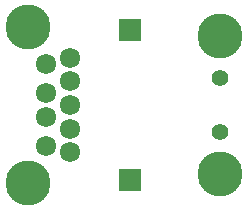
<source format=gbr>
G04 #@! TF.GenerationSoftware,KiCad,Pcbnew,(5.0-dev-4115-gdd04bcb)*
G04 #@! TF.CreationDate,2018-06-11T00:34:32-07:00*
G04 #@! TF.ProjectId,USB-Voltage-Probe,5553422D566F6C746167652D50726F62,rev?*
G04 #@! TF.SameCoordinates,Original*
G04 #@! TF.FileFunction,Soldermask,Bot*
G04 #@! TF.FilePolarity,Negative*
%FSLAX46Y46*%
G04 Gerber Fmt 4.6, Leading zero omitted, Abs format (unit mm)*
G04 Created by KiCad (PCBNEW (5.0-dev-4115-gdd04bcb)) date Monday, June 11, 2018 at 12:34:32 AM*
%MOMM*%
%LPD*%
G01*
G04 APERTURE LIST*
%ADD10R,1.900000X1.900000*%
%ADD11C,1.724000*%
%ADD12C,3.800000*%
%ADD13C,1.400000*%
G04 APERTURE END LIST*
D10*
X154940000Y-60960000D03*
X154940000Y-48260000D03*
D11*
X149860000Y-54610000D03*
X149860000Y-52610000D03*
X149860000Y-50610000D03*
X149860000Y-56610000D03*
X149860000Y-58610000D03*
X147860000Y-51110000D03*
X147860000Y-53610000D03*
X147860000Y-55610000D03*
X147860000Y-58110000D03*
D12*
X146360000Y-61180000D03*
X146360000Y-48040000D03*
X162550000Y-48760000D03*
X162550000Y-60460000D03*
D13*
X162550000Y-52360000D03*
X162550000Y-56860000D03*
M02*

</source>
